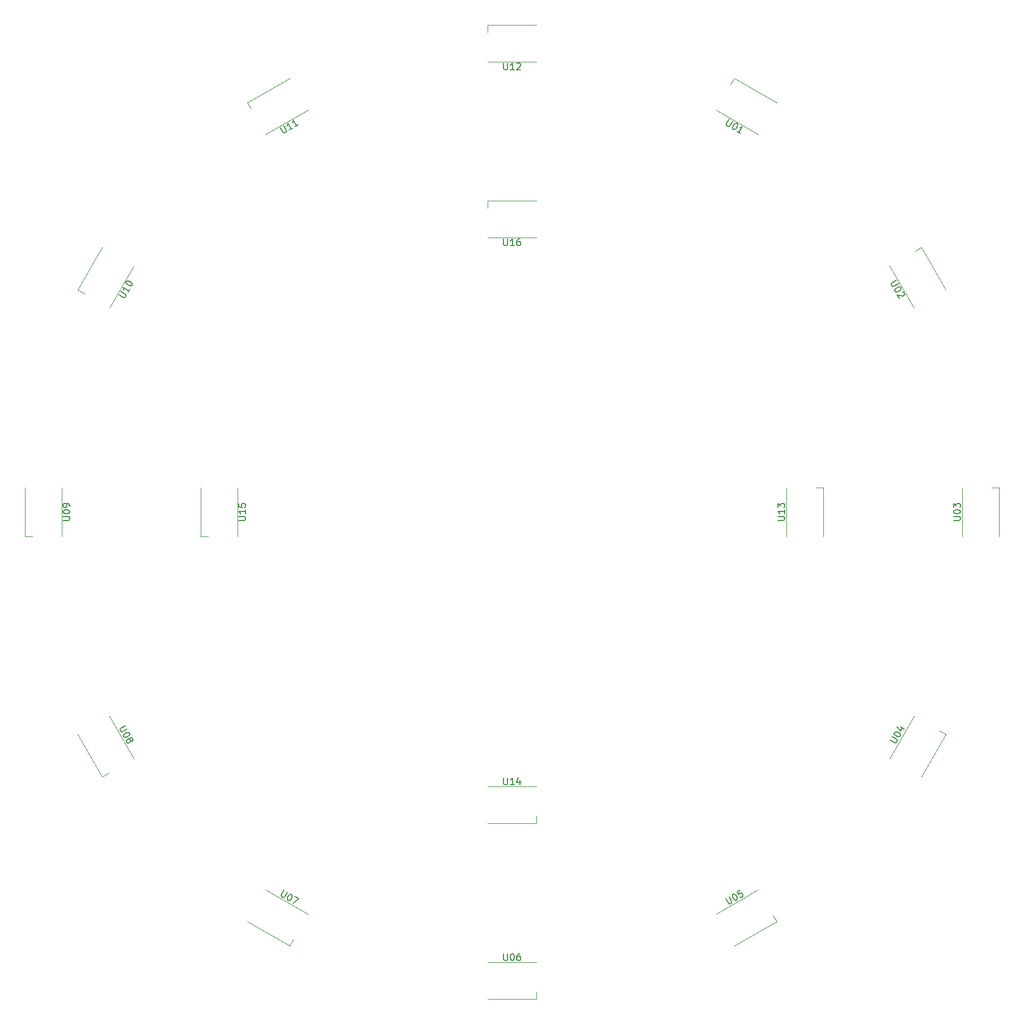
<source format=gbr>
G04 #@! TF.GenerationSoftware,KiCad,Pcbnew,(5.0.1-3-g963ef8bb5)*
G04 #@! TF.CreationDate,2019-09-11T13:55:26+02:00*
G04 #@! TF.ProjectId,crecol_v30,637265636F6C5F7633302E6B69636164,rev?*
G04 #@! TF.SameCoordinates,Original*
G04 #@! TF.FileFunction,Legend,Top*
G04 #@! TF.FilePolarity,Positive*
%FSLAX46Y46*%
G04 Gerber Fmt 4.6, Leading zero omitted, Abs format (unit mm)*
G04 Created by KiCad (PCBNEW (5.0.1-3-g963ef8bb5)) date 2019 September 11, Wednesday 13:55:26*
%MOMM*%
%LPD*%
G01*
G04 APERTURE LIST*
%ADD10C,0.120000*%
%ADD11C,0.150000*%
G04 APERTURE END LIST*
D10*
G04 #@! TO.C,U06*
X103650000Y-172750000D02*
X103650000Y-171600000D01*
X96350000Y-172750000D02*
X103650000Y-172750000D01*
X96350000Y-167250000D02*
X103650000Y-167250000D01*
G04 #@! TO.C,U05*
X130464007Y-160043430D02*
X136785993Y-156393430D01*
X133214007Y-164806570D02*
X139535993Y-161156570D01*
X139535993Y-161156570D02*
X138960993Y-160160641D01*
G04 #@! TO.C,U07*
X66785993Y-164806570D02*
X67360993Y-163810641D01*
X60464007Y-161156570D02*
X66785993Y-164806570D01*
X63214007Y-156393430D02*
X69535993Y-160043430D01*
G04 #@! TO.C,U03*
X167250000Y-103650000D02*
X167250000Y-96350000D01*
X172750000Y-103650000D02*
X172750000Y-96350000D01*
X172750000Y-96350000D02*
X171600000Y-96350000D01*
G04 #@! TO.C,U02*
X161156570Y-60464007D02*
X160160641Y-61039007D01*
X164806570Y-66785993D02*
X161156570Y-60464007D01*
X160043430Y-69535993D02*
X156393430Y-63214007D01*
G04 #@! TO.C,U01*
X136785993Y-43606570D02*
X130464007Y-39956570D01*
X139535993Y-38843430D02*
X133214007Y-35193430D01*
X133214007Y-35193430D02*
X132639007Y-36189359D01*
G04 #@! TO.C,U08*
X38793430Y-139535993D02*
X39789359Y-138960993D01*
X35143430Y-133214007D02*
X38793430Y-139535993D01*
X39906570Y-130464007D02*
X43556570Y-136785993D01*
G04 #@! TO.C,U09*
X32750000Y-96350000D02*
X32750000Y-103650000D01*
X27250000Y-96350000D02*
X27250000Y-103650000D01*
X27250000Y-103650000D02*
X28400000Y-103650000D01*
G04 #@! TO.C,U10*
X35143430Y-66785993D02*
X36139359Y-67360993D01*
X38793430Y-60464007D02*
X35143430Y-66785993D01*
X43556570Y-63214007D02*
X39906570Y-69535993D01*
G04 #@! TO.C,U11*
X69535993Y-39956570D02*
X63214007Y-43606570D01*
X66785993Y-35193430D02*
X60464007Y-38843430D01*
X60464007Y-38843430D02*
X61039007Y-39839359D01*
G04 #@! TO.C,U12*
X96350000Y-27250000D02*
X96350000Y-28400000D01*
X103650000Y-27250000D02*
X96350000Y-27250000D01*
X103650000Y-32750000D02*
X96350000Y-32750000D01*
G04 #@! TO.C,U13*
X141000000Y-103650000D02*
X141000000Y-96350000D01*
X146500000Y-103650000D02*
X146500000Y-96350000D01*
X146500000Y-96350000D02*
X145350000Y-96350000D01*
G04 #@! TO.C,U14*
X103650000Y-146500000D02*
X103650000Y-145350000D01*
X96350000Y-146500000D02*
X103650000Y-146500000D01*
X96350000Y-141000000D02*
X103650000Y-141000000D01*
G04 #@! TO.C,U15*
X59000000Y-96350000D02*
X59000000Y-103650000D01*
X53500000Y-96350000D02*
X53500000Y-103650000D01*
X53500000Y-103650000D02*
X54650000Y-103650000D01*
G04 #@! TO.C,U16*
X96350000Y-53500000D02*
X96350000Y-54650000D01*
X103650000Y-53500000D02*
X96350000Y-53500000D01*
X103650000Y-59000000D02*
X96350000Y-59000000D01*
G04 #@! TO.C,U04*
X156393430Y-136785993D02*
X160043430Y-130464007D01*
X161156570Y-139535993D02*
X164806570Y-133214007D01*
X164806570Y-133214007D02*
X163810641Y-132639007D01*
G04 #@! TO.C,U06*
D11*
X98761904Y-165952380D02*
X98761904Y-166761904D01*
X98809523Y-166857142D01*
X98857142Y-166904761D01*
X98952380Y-166952380D01*
X99142857Y-166952380D01*
X99238095Y-166904761D01*
X99285714Y-166857142D01*
X99333333Y-166761904D01*
X99333333Y-165952380D01*
X100000000Y-165952380D02*
X100095238Y-165952380D01*
X100190476Y-166000000D01*
X100238095Y-166047619D01*
X100285714Y-166142857D01*
X100333333Y-166333333D01*
X100333333Y-166571428D01*
X100285714Y-166761904D01*
X100238095Y-166857142D01*
X100190476Y-166904761D01*
X100095238Y-166952380D01*
X100000000Y-166952380D01*
X99904761Y-166904761D01*
X99857142Y-166857142D01*
X99809523Y-166761904D01*
X99761904Y-166571428D01*
X99761904Y-166333333D01*
X99809523Y-166142857D01*
X99857142Y-166047619D01*
X99904761Y-166000000D01*
X100000000Y-165952380D01*
X101190476Y-165952380D02*
X101000000Y-165952380D01*
X100904761Y-166000000D01*
X100857142Y-166047619D01*
X100761904Y-166190476D01*
X100714285Y-166380952D01*
X100714285Y-166761904D01*
X100761904Y-166857142D01*
X100809523Y-166904761D01*
X100904761Y-166952380D01*
X101095238Y-166952380D01*
X101190476Y-166904761D01*
X101238095Y-166857142D01*
X101285714Y-166761904D01*
X101285714Y-166523809D01*
X101238095Y-166428571D01*
X101190476Y-166380952D01*
X101095238Y-166333333D01*
X100904761Y-166333333D01*
X100809523Y-166380952D01*
X100761904Y-166428571D01*
X100714285Y-166523809D01*
G04 #@! TO.C,U05*
X131903968Y-157713706D02*
X132308730Y-158414774D01*
X132397588Y-158473443D01*
X132462637Y-158490873D01*
X132568925Y-158484493D01*
X132733882Y-158389255D01*
X132792552Y-158300397D01*
X132809981Y-158235348D01*
X132803602Y-158129060D01*
X132398840Y-157427992D01*
X132976190Y-157094658D02*
X133058669Y-157047039D01*
X133164957Y-157040660D01*
X133230006Y-157058089D01*
X133318864Y-157116759D01*
X133455341Y-157257906D01*
X133574389Y-157464103D01*
X133628388Y-157652870D01*
X133634767Y-157759158D01*
X133617338Y-157824206D01*
X133558669Y-157913065D01*
X133476190Y-157960684D01*
X133369902Y-157967064D01*
X133304853Y-157949634D01*
X133215995Y-157890965D01*
X133079517Y-157749817D01*
X132960470Y-157543621D01*
X132906471Y-157354854D01*
X132900091Y-157248566D01*
X132917521Y-157183517D01*
X132976190Y-157094658D01*
X134048412Y-156475611D02*
X133636019Y-156713706D01*
X133832875Y-157149909D01*
X133850305Y-157084860D01*
X133908974Y-156996002D01*
X134115170Y-156876954D01*
X134221458Y-156870574D01*
X134286507Y-156888004D01*
X134375365Y-156946673D01*
X134494413Y-157152870D01*
X134500793Y-157259158D01*
X134483363Y-157324206D01*
X134424694Y-157413065D01*
X134218497Y-157532112D01*
X134112209Y-157538492D01*
X134047161Y-157521062D01*
G04 #@! TO.C,U07*
X65951587Y-156475611D02*
X65546825Y-157176679D01*
X65540445Y-157282967D01*
X65557875Y-157348016D01*
X65616544Y-157436874D01*
X65781502Y-157532112D01*
X65887790Y-157538492D01*
X65952838Y-157521062D01*
X66041697Y-157462393D01*
X66446459Y-156761325D01*
X67023809Y-157094658D02*
X67106288Y-157142278D01*
X67164957Y-157231136D01*
X67182387Y-157296185D01*
X67176007Y-157402473D01*
X67122008Y-157591240D01*
X67002960Y-157797436D01*
X66866483Y-157938584D01*
X66777625Y-157997253D01*
X66712576Y-158014683D01*
X66606288Y-158008303D01*
X66523809Y-157960684D01*
X66465140Y-157871826D01*
X66447710Y-157806777D01*
X66454090Y-157700489D01*
X66508089Y-157511722D01*
X66627136Y-157305525D01*
X66763614Y-157164378D01*
X66852472Y-157105709D01*
X66917521Y-157088279D01*
X67023809Y-157094658D01*
X67601159Y-157427992D02*
X68178510Y-157761325D01*
X67307356Y-158413065D01*
G04 #@! TO.C,U03*
X165952380Y-101238095D02*
X166761904Y-101238095D01*
X166857142Y-101190476D01*
X166904761Y-101142857D01*
X166952380Y-101047619D01*
X166952380Y-100857142D01*
X166904761Y-100761904D01*
X166857142Y-100714285D01*
X166761904Y-100666666D01*
X165952380Y-100666666D01*
X165952380Y-100000000D02*
X165952380Y-99904761D01*
X166000000Y-99809523D01*
X166047619Y-99761904D01*
X166142857Y-99714285D01*
X166333333Y-99666666D01*
X166571428Y-99666666D01*
X166761904Y-99714285D01*
X166857142Y-99761904D01*
X166904761Y-99809523D01*
X166952380Y-99904761D01*
X166952380Y-100000000D01*
X166904761Y-100095238D01*
X166857142Y-100142857D01*
X166761904Y-100190476D01*
X166571428Y-100238095D01*
X166333333Y-100238095D01*
X166142857Y-100190476D01*
X166047619Y-100142857D01*
X166000000Y-100095238D01*
X165952380Y-100000000D01*
X165952380Y-99333333D02*
X165952380Y-98714285D01*
X166333333Y-99047619D01*
X166333333Y-98904761D01*
X166380952Y-98809523D01*
X166428571Y-98761904D01*
X166523809Y-98714285D01*
X166761904Y-98714285D01*
X166857142Y-98761904D01*
X166904761Y-98809523D01*
X166952380Y-98904761D01*
X166952380Y-99190476D01*
X166904761Y-99285714D01*
X166857142Y-99333333D01*
G04 #@! TO.C,U02*
X157424115Y-65403968D02*
X156723047Y-65808730D01*
X156664378Y-65897588D01*
X156646948Y-65962637D01*
X156653328Y-66068925D01*
X156748566Y-66233882D01*
X156837424Y-66292552D01*
X156902473Y-66309981D01*
X157008761Y-66303602D01*
X157709829Y-65898840D01*
X158043163Y-66476190D02*
X158090782Y-66558669D01*
X158097161Y-66664957D01*
X158079732Y-66730006D01*
X158021062Y-66818864D01*
X157879915Y-66955341D01*
X157673718Y-67074389D01*
X157484951Y-67128388D01*
X157378663Y-67134767D01*
X157313615Y-67117338D01*
X157224756Y-67058669D01*
X157177137Y-66976190D01*
X157170757Y-66869902D01*
X157188187Y-66804853D01*
X157246856Y-66715995D01*
X157388004Y-66579517D01*
X157594200Y-66460470D01*
X157782967Y-66406471D01*
X157889255Y-66400091D01*
X157954304Y-66417521D01*
X158043163Y-66476190D01*
X158317827Y-67142399D02*
X158382876Y-67159828D01*
X158471734Y-67218497D01*
X158590782Y-67424694D01*
X158597161Y-67530982D01*
X158579732Y-67596031D01*
X158521062Y-67684889D01*
X158438584Y-67732508D01*
X158291056Y-67762698D01*
X157510470Y-67553540D01*
X157819994Y-68089651D01*
G04 #@! TO.C,U01*
X132451587Y-41337789D02*
X132046825Y-42038857D01*
X132040445Y-42145145D01*
X132057875Y-42210194D01*
X132116544Y-42299052D01*
X132281502Y-42394290D01*
X132387790Y-42400670D01*
X132452838Y-42383240D01*
X132541697Y-42324571D01*
X132946459Y-41623503D01*
X133523809Y-41956836D02*
X133606288Y-42004456D01*
X133664957Y-42093314D01*
X133682387Y-42158363D01*
X133676007Y-42264651D01*
X133622008Y-42453418D01*
X133502960Y-42659614D01*
X133366483Y-42800762D01*
X133277625Y-42859431D01*
X133212576Y-42876861D01*
X133106288Y-42870481D01*
X133023809Y-42822862D01*
X132965140Y-42734004D01*
X132947710Y-42668955D01*
X132954090Y-42562667D01*
X133008089Y-42373900D01*
X133127136Y-42167703D01*
X133263614Y-42026556D01*
X133352472Y-41967887D01*
X133417521Y-41950457D01*
X133523809Y-41956836D01*
X134137270Y-43465719D02*
X133642399Y-43180005D01*
X133889834Y-43322862D02*
X134389834Y-42456836D01*
X134235927Y-42532935D01*
X134105830Y-42567795D01*
X133999541Y-42561415D01*
G04 #@! TO.C,U08*
X42236293Y-131903968D02*
X41535225Y-132308730D01*
X41476556Y-132397588D01*
X41459126Y-132462637D01*
X41465506Y-132568925D01*
X41560744Y-132733882D01*
X41649602Y-132792552D01*
X41714651Y-132809981D01*
X41820939Y-132803602D01*
X42522007Y-132398840D01*
X42855341Y-132976190D02*
X42902960Y-133058669D01*
X42909339Y-133164957D01*
X42891910Y-133230006D01*
X42833240Y-133318864D01*
X42692093Y-133455341D01*
X42485896Y-133574389D01*
X42297129Y-133628388D01*
X42190841Y-133634767D01*
X42125793Y-133617338D01*
X42036934Y-133558669D01*
X41989315Y-133476190D01*
X41982935Y-133369902D01*
X42000365Y-133304853D01*
X42059034Y-133215995D01*
X42200182Y-133079517D01*
X42406378Y-132960470D01*
X42595145Y-132906471D01*
X42701433Y-132900091D01*
X42766482Y-132917521D01*
X42855341Y-132976190D01*
X42936568Y-133974022D02*
X42930188Y-133867734D01*
X42947618Y-133802686D01*
X43006287Y-133713827D01*
X43047526Y-133690018D01*
X43153814Y-133683638D01*
X43218863Y-133701068D01*
X43307721Y-133759737D01*
X43402960Y-133924694D01*
X43409339Y-134030982D01*
X43391910Y-134096031D01*
X43333240Y-134184889D01*
X43292001Y-134208699D01*
X43185713Y-134215079D01*
X43120664Y-134197649D01*
X43031806Y-134138980D01*
X42936568Y-133974022D01*
X42847709Y-133915353D01*
X42782661Y-133897924D01*
X42676372Y-133904303D01*
X42511415Y-133999541D01*
X42452746Y-134088400D01*
X42435316Y-134153449D01*
X42441696Y-134259737D01*
X42536934Y-134424694D01*
X42625793Y-134483363D01*
X42690841Y-134500793D01*
X42797129Y-134494413D01*
X42962087Y-134399175D01*
X43020756Y-134310317D01*
X43038186Y-134245268D01*
X43031806Y-134138980D01*
G04 #@! TO.C,U09*
X32952380Y-101238095D02*
X33761904Y-101238095D01*
X33857142Y-101190476D01*
X33904761Y-101142857D01*
X33952380Y-101047619D01*
X33952380Y-100857142D01*
X33904761Y-100761904D01*
X33857142Y-100714285D01*
X33761904Y-100666666D01*
X32952380Y-100666666D01*
X32952380Y-100000000D02*
X32952380Y-99904761D01*
X33000000Y-99809523D01*
X33047619Y-99761904D01*
X33142857Y-99714285D01*
X33333333Y-99666666D01*
X33571428Y-99666666D01*
X33761904Y-99714285D01*
X33857142Y-99761904D01*
X33904761Y-99809523D01*
X33952380Y-99904761D01*
X33952380Y-100000000D01*
X33904761Y-100095238D01*
X33857142Y-100142857D01*
X33761904Y-100190476D01*
X33571428Y-100238095D01*
X33333333Y-100238095D01*
X33142857Y-100190476D01*
X33047619Y-100142857D01*
X33000000Y-100095238D01*
X32952380Y-100000000D01*
X33952380Y-99190476D02*
X33952380Y-99000000D01*
X33904761Y-98904761D01*
X33857142Y-98857142D01*
X33714285Y-98761904D01*
X33523809Y-98714285D01*
X33142857Y-98714285D01*
X33047619Y-98761904D01*
X33000000Y-98809523D01*
X32952380Y-98904761D01*
X32952380Y-99095238D01*
X33000000Y-99190476D01*
X33047619Y-99238095D01*
X33142857Y-99285714D01*
X33380952Y-99285714D01*
X33476190Y-99238095D01*
X33523809Y-99190476D01*
X33571428Y-99095238D01*
X33571428Y-98904761D01*
X33523809Y-98809523D01*
X33476190Y-98761904D01*
X33380952Y-98714285D01*
G04 #@! TO.C,U10*
X41287789Y-67548412D02*
X41988857Y-67953174D01*
X42095145Y-67959554D01*
X42160194Y-67942124D01*
X42249052Y-67883455D01*
X42344290Y-67718497D01*
X42350670Y-67612209D01*
X42333240Y-67547161D01*
X42274571Y-67458302D01*
X41573503Y-67053540D01*
X42939529Y-66687515D02*
X42653814Y-67182387D01*
X42796671Y-66934951D02*
X41930646Y-66434951D01*
X42006745Y-66588858D01*
X42041604Y-66718956D01*
X42035225Y-66825244D01*
X42383027Y-65651404D02*
X42430646Y-65568925D01*
X42519504Y-65510256D01*
X42584553Y-65492826D01*
X42690841Y-65499206D01*
X42879608Y-65553205D01*
X43085805Y-65672253D01*
X43226952Y-65808730D01*
X43285621Y-65897588D01*
X43303051Y-65962637D01*
X43296671Y-66068925D01*
X43249052Y-66151404D01*
X43160194Y-66210073D01*
X43095145Y-66227503D01*
X42988857Y-66221123D01*
X42800090Y-66167124D01*
X42593894Y-66048077D01*
X42452746Y-65911599D01*
X42394077Y-65822741D01*
X42376647Y-65757692D01*
X42383027Y-65651404D01*
G04 #@! TO.C,U11*
X65403968Y-42575884D02*
X65808730Y-43276952D01*
X65897588Y-43335621D01*
X65962637Y-43353051D01*
X66068925Y-43346671D01*
X66233882Y-43251433D01*
X66292552Y-43162575D01*
X66309981Y-43097526D01*
X66303602Y-42991238D01*
X65898840Y-42290170D01*
X67264865Y-42656195D02*
X66769993Y-42941910D01*
X67017429Y-42799052D02*
X66517429Y-41933027D01*
X66506379Y-42104364D01*
X66471520Y-42234462D01*
X66412851Y-42323320D01*
X68089651Y-42180005D02*
X67594780Y-42465719D01*
X67842215Y-42322862D02*
X67342215Y-41456836D01*
X67331165Y-41628173D01*
X67296306Y-41758271D01*
X67237637Y-41847129D01*
G04 #@! TO.C,U12*
X98761904Y-32952380D02*
X98761904Y-33761904D01*
X98809523Y-33857142D01*
X98857142Y-33904761D01*
X98952380Y-33952380D01*
X99142857Y-33952380D01*
X99238095Y-33904761D01*
X99285714Y-33857142D01*
X99333333Y-33761904D01*
X99333333Y-32952380D01*
X100333333Y-33952380D02*
X99761904Y-33952380D01*
X100047619Y-33952380D02*
X100047619Y-32952380D01*
X99952380Y-33095238D01*
X99857142Y-33190476D01*
X99761904Y-33238095D01*
X100714285Y-33047619D02*
X100761904Y-33000000D01*
X100857142Y-32952380D01*
X101095238Y-32952380D01*
X101190476Y-33000000D01*
X101238095Y-33047619D01*
X101285714Y-33142857D01*
X101285714Y-33238095D01*
X101238095Y-33380952D01*
X100666666Y-33952380D01*
X101285714Y-33952380D01*
G04 #@! TO.C,U13*
X139702380Y-101238095D02*
X140511904Y-101238095D01*
X140607142Y-101190476D01*
X140654761Y-101142857D01*
X140702380Y-101047619D01*
X140702380Y-100857142D01*
X140654761Y-100761904D01*
X140607142Y-100714285D01*
X140511904Y-100666666D01*
X139702380Y-100666666D01*
X140702380Y-99666666D02*
X140702380Y-100238095D01*
X140702380Y-99952380D02*
X139702380Y-99952380D01*
X139845238Y-100047619D01*
X139940476Y-100142857D01*
X139988095Y-100238095D01*
X139702380Y-99333333D02*
X139702380Y-98714285D01*
X140083333Y-99047619D01*
X140083333Y-98904761D01*
X140130952Y-98809523D01*
X140178571Y-98761904D01*
X140273809Y-98714285D01*
X140511904Y-98714285D01*
X140607142Y-98761904D01*
X140654761Y-98809523D01*
X140702380Y-98904761D01*
X140702380Y-99190476D01*
X140654761Y-99285714D01*
X140607142Y-99333333D01*
G04 #@! TO.C,U14*
X98761904Y-139702380D02*
X98761904Y-140511904D01*
X98809523Y-140607142D01*
X98857142Y-140654761D01*
X98952380Y-140702380D01*
X99142857Y-140702380D01*
X99238095Y-140654761D01*
X99285714Y-140607142D01*
X99333333Y-140511904D01*
X99333333Y-139702380D01*
X100333333Y-140702380D02*
X99761904Y-140702380D01*
X100047619Y-140702380D02*
X100047619Y-139702380D01*
X99952380Y-139845238D01*
X99857142Y-139940476D01*
X99761904Y-139988095D01*
X101190476Y-140035714D02*
X101190476Y-140702380D01*
X100952380Y-139654761D02*
X100714285Y-140369047D01*
X101333333Y-140369047D01*
G04 #@! TO.C,U15*
X59202380Y-101238095D02*
X60011904Y-101238095D01*
X60107142Y-101190476D01*
X60154761Y-101142857D01*
X60202380Y-101047619D01*
X60202380Y-100857142D01*
X60154761Y-100761904D01*
X60107142Y-100714285D01*
X60011904Y-100666666D01*
X59202380Y-100666666D01*
X60202380Y-99666666D02*
X60202380Y-100238095D01*
X60202380Y-99952380D02*
X59202380Y-99952380D01*
X59345238Y-100047619D01*
X59440476Y-100142857D01*
X59488095Y-100238095D01*
X59202380Y-98761904D02*
X59202380Y-99238095D01*
X59678571Y-99285714D01*
X59630952Y-99238095D01*
X59583333Y-99142857D01*
X59583333Y-98904761D01*
X59630952Y-98809523D01*
X59678571Y-98761904D01*
X59773809Y-98714285D01*
X60011904Y-98714285D01*
X60107142Y-98761904D01*
X60154761Y-98809523D01*
X60202380Y-98904761D01*
X60202380Y-99142857D01*
X60154761Y-99238095D01*
X60107142Y-99285714D01*
G04 #@! TO.C,U16*
X98761904Y-59202380D02*
X98761904Y-60011904D01*
X98809523Y-60107142D01*
X98857142Y-60154761D01*
X98952380Y-60202380D01*
X99142857Y-60202380D01*
X99238095Y-60154761D01*
X99285714Y-60107142D01*
X99333333Y-60011904D01*
X99333333Y-59202380D01*
X100333333Y-60202380D02*
X99761904Y-60202380D01*
X100047619Y-60202380D02*
X100047619Y-59202380D01*
X99952380Y-59345238D01*
X99857142Y-59440476D01*
X99761904Y-59488095D01*
X101190476Y-59202380D02*
X101000000Y-59202380D01*
X100904761Y-59250000D01*
X100857142Y-59297619D01*
X100761904Y-59440476D01*
X100714285Y-59630952D01*
X100714285Y-60011904D01*
X100761904Y-60107142D01*
X100809523Y-60154761D01*
X100904761Y-60202380D01*
X101095238Y-60202380D01*
X101190476Y-60154761D01*
X101238095Y-60107142D01*
X101285714Y-60011904D01*
X101285714Y-59773809D01*
X101238095Y-59678571D01*
X101190476Y-59630952D01*
X101095238Y-59583333D01*
X100904761Y-59583333D01*
X100809523Y-59630952D01*
X100761904Y-59678571D01*
X100714285Y-59773809D01*
G04 #@! TO.C,U04*
X156475611Y-134048412D02*
X157176679Y-134453174D01*
X157282967Y-134459554D01*
X157348016Y-134442124D01*
X157436874Y-134383455D01*
X157532112Y-134218497D01*
X157538492Y-134112209D01*
X157521062Y-134047161D01*
X157462393Y-133958302D01*
X156761325Y-133553540D01*
X157094658Y-132976190D02*
X157142278Y-132893711D01*
X157231136Y-132835042D01*
X157296185Y-132817612D01*
X157402473Y-132823992D01*
X157591240Y-132877991D01*
X157797436Y-132997039D01*
X157938584Y-133133516D01*
X157997253Y-133222374D01*
X158014683Y-133287423D01*
X158008303Y-133393711D01*
X157960684Y-133476190D01*
X157871826Y-133534859D01*
X157806777Y-133552289D01*
X157700489Y-133545909D01*
X157511722Y-133491910D01*
X157305525Y-133372863D01*
X157164378Y-133236385D01*
X157105709Y-133147527D01*
X157088279Y-133082478D01*
X157094658Y-132976190D01*
X157978572Y-132111874D02*
X158555922Y-132445207D01*
X157529610Y-132127594D02*
X158029152Y-132690934D01*
X158338675Y-132154823D01*
G04 #@! TD*
M02*

</source>
